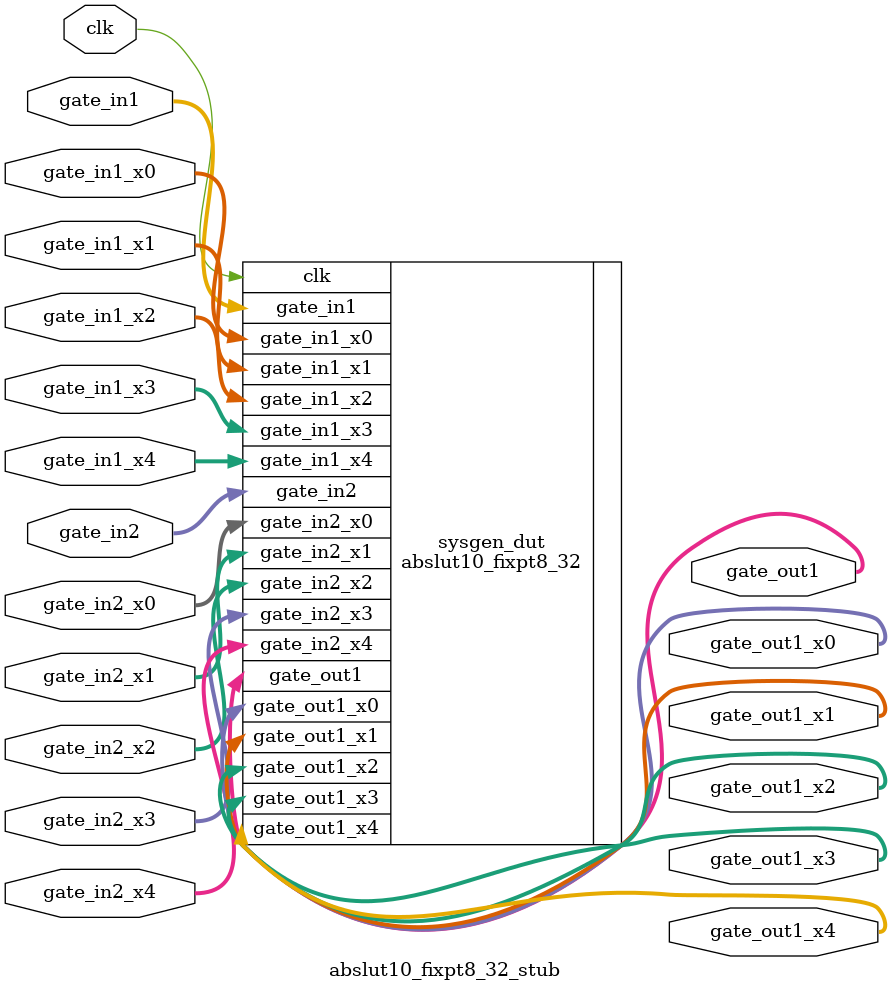
<source format=v>
`timescale 1 ns / 10 ps
module abslut10_fixpt8_32_stub (
  input [27-1:0] gate_in1_x4,
  input [27-1:0] gate_in2,
  input [28-1:0] gate_in1,
  input [28-1:0] gate_in2_x0,
  input [29-1:0] gate_in1_x0,
  input [29-1:0] gate_in2_x1,
  input [30-1:0] gate_in1_x1,
  input [30-1:0] gate_in2_x2,
  input [31-1:0] gate_in1_x2,
  input [31-1:0] gate_in2_x3,
  input [32-1:0] gate_in1_x3,
  input [32-1:0] gate_in2_x4,
  input clk,
  output [27-1:0] gate_out1_x0,
  output [28-1:0] gate_out1_x1,
  output [29-1:0] gate_out1_x2,
  output [30-1:0] gate_out1,
  output [31-1:0] gate_out1_x3,
  output [32-1:0] gate_out1_x4
);
  abslut10_fixpt8_32 sysgen_dut (
    .gate_in1_x4(gate_in1_x4),
    .gate_in2(gate_in2),
    .gate_in1(gate_in1),
    .gate_in2_x0(gate_in2_x0),
    .gate_in1_x0(gate_in1_x0),
    .gate_in2_x1(gate_in2_x1),
    .gate_in1_x1(gate_in1_x1),
    .gate_in2_x2(gate_in2_x2),
    .gate_in1_x2(gate_in1_x2),
    .gate_in2_x3(gate_in2_x3),
    .gate_in1_x3(gate_in1_x3),
    .gate_in2_x4(gate_in2_x4),
    .clk(clk),
    .gate_out1_x0(gate_out1_x0),
    .gate_out1_x1(gate_out1_x1),
    .gate_out1_x2(gate_out1_x2),
    .gate_out1(gate_out1),
    .gate_out1_x3(gate_out1_x3),
    .gate_out1_x4(gate_out1_x4)
  );
endmodule

</source>
